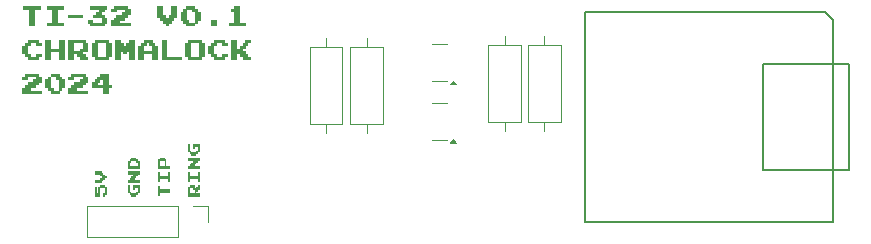
<source format=gbr>
%TF.GenerationSoftware,KiCad,Pcbnew,7.0.10-7.0.10~ubuntu22.04.1*%
%TF.CreationDate,2024-08-03T23:28:12-07:00*%
%TF.ProjectId,calc,63686561-7469-46e6-972d-63616c632e6b,rev?*%
%TF.SameCoordinates,Original*%
%TF.FileFunction,Legend,Top*%
%TF.FilePolarity,Positive*%
%FSLAX46Y46*%
G04 Gerber Fmt 4.6, Leading zero omitted, Abs format (unit mm)*
G04 Created by KiCad (PCBNEW 7.0.10-7.0.10~ubuntu22.04.1) date 2024-08-03 23:28:12*
%MOMM*%
%LPD*%
G01*
G04 APERTURE LIST*
%ADD10C,0.150000*%
%ADD11C,0.200000*%
%ADD12C,0.127000*%
%ADD13C,0.120000*%
G04 APERTURE END LIST*
D10*
G36*
X101264146Y-68806362D02*
G01*
X101404097Y-68806362D01*
X101404097Y-68666411D01*
X101544048Y-68666411D01*
X101544048Y-68526460D01*
X101684000Y-68526460D01*
X101684000Y-68946558D01*
X101544048Y-68946558D01*
X101544048Y-69086509D01*
X101404097Y-69086509D01*
X101404097Y-69226460D01*
X101684000Y-69226460D01*
X101684000Y-69506607D01*
X100704097Y-69506607D01*
X100704097Y-68806362D01*
X100844048Y-68806362D01*
X100844048Y-69226460D01*
X101264146Y-69226460D01*
X101264146Y-68946558D01*
X101124195Y-68946558D01*
X101124195Y-68806362D01*
X100844048Y-68806362D01*
X100704097Y-68806362D01*
X100704097Y-68666411D01*
X100844048Y-68666411D01*
X100844048Y-68526460D01*
X101264146Y-68526460D01*
X101264146Y-68806362D01*
G37*
G36*
X100704097Y-67437870D02*
G01*
X100704097Y-68277821D01*
X100844048Y-68277821D01*
X100844048Y-67997919D01*
X101544048Y-67997919D01*
X101544048Y-68277821D01*
X101684000Y-68277821D01*
X101684000Y-67437870D01*
X101544048Y-67437870D01*
X101544048Y-67717772D01*
X100844048Y-67717772D01*
X100844048Y-67437870D01*
X100704097Y-67437870D01*
G37*
G36*
X100704097Y-66209084D02*
G01*
X100704097Y-66488986D01*
X101124195Y-66488986D01*
X101124195Y-66629182D01*
X100984000Y-66629182D01*
X100984000Y-66769133D01*
X100844048Y-66769133D01*
X100844048Y-66909084D01*
X100704097Y-66909084D01*
X100704097Y-67189230D01*
X101684000Y-67189230D01*
X101684000Y-66909084D01*
X101264146Y-66909084D01*
X101264146Y-66769133D01*
X101404097Y-66769133D01*
X101404097Y-66629182D01*
X101544048Y-66629182D01*
X101544048Y-66488986D01*
X101684000Y-66488986D01*
X101684000Y-66209084D01*
X100704097Y-66209084D01*
G37*
G36*
X101124195Y-65050396D02*
G01*
X101124195Y-65470494D01*
X101264146Y-65470494D01*
X101264146Y-65330298D01*
X101544048Y-65330298D01*
X101544048Y-65610445D01*
X101404097Y-65610445D01*
X101404097Y-65750396D01*
X100984000Y-65750396D01*
X100984000Y-65610445D01*
X100844048Y-65610445D01*
X100844048Y-65050396D01*
X100704097Y-65050396D01*
X100704097Y-65750396D01*
X100844048Y-65750396D01*
X100844048Y-65890347D01*
X100984000Y-65890347D01*
X100984000Y-66030542D01*
X101404097Y-66030542D01*
X101404097Y-65890347D01*
X101541362Y-65890347D01*
X101541362Y-65750396D01*
X101684000Y-65750396D01*
X101684000Y-65050396D01*
X101124195Y-65050396D01*
G37*
G36*
X98164097Y-68596558D02*
G01*
X98164097Y-69436509D01*
X98304048Y-69436509D01*
X98304048Y-69156607D01*
X99144000Y-69156607D01*
X99144000Y-68876460D01*
X98304048Y-68876460D01*
X98304048Y-68596558D01*
X98164097Y-68596558D01*
G37*
G36*
X98164097Y-67437870D02*
G01*
X98164097Y-68277821D01*
X98304048Y-68277821D01*
X98304048Y-67997919D01*
X99004048Y-67997919D01*
X99004048Y-68277821D01*
X99144000Y-68277821D01*
X99144000Y-67437870D01*
X99004048Y-67437870D01*
X99004048Y-67717772D01*
X98304048Y-67717772D01*
X98304048Y-67437870D01*
X98164097Y-67437870D01*
G37*
G36*
X98724146Y-66349035D02*
G01*
X98864097Y-66349035D01*
X98864097Y-66909084D01*
X99144000Y-66909084D01*
X99144000Y-67189230D01*
X98164097Y-67189230D01*
X98164097Y-66488986D01*
X98304048Y-66488986D01*
X98304048Y-66909084D01*
X98724146Y-66909084D01*
X98724146Y-66488986D01*
X98304048Y-66488986D01*
X98164097Y-66488986D01*
X98164097Y-66349035D01*
X98304048Y-66349035D01*
X98304048Y-66209084D01*
X98724146Y-66209084D01*
X98724146Y-66349035D01*
G37*
G36*
X96044195Y-68526460D02*
G01*
X96044195Y-68946558D01*
X96184146Y-68946558D01*
X96184146Y-68806362D01*
X96464048Y-68806362D01*
X96464048Y-69086509D01*
X96324097Y-69086509D01*
X96324097Y-69226460D01*
X95904000Y-69226460D01*
X95904000Y-69086509D01*
X95764048Y-69086509D01*
X95764048Y-68526460D01*
X95624097Y-68526460D01*
X95624097Y-69226460D01*
X95764048Y-69226460D01*
X95764048Y-69366411D01*
X95904000Y-69366411D01*
X95904000Y-69506607D01*
X96324097Y-69506607D01*
X96324097Y-69366411D01*
X96461362Y-69366411D01*
X96461362Y-69226460D01*
X96604000Y-69226460D01*
X96604000Y-68526460D01*
X96044195Y-68526460D01*
G37*
G36*
X95624097Y-67367772D02*
G01*
X95624097Y-67647674D01*
X96044195Y-67647674D01*
X96044195Y-67787870D01*
X95904000Y-67787870D01*
X95904000Y-67927821D01*
X95764048Y-67927821D01*
X95764048Y-68067772D01*
X95624097Y-68067772D01*
X95624097Y-68347919D01*
X96604000Y-68347919D01*
X96604000Y-68067772D01*
X96184146Y-68067772D01*
X96184146Y-67927821D01*
X96324097Y-67927821D01*
X96324097Y-67787870D01*
X96464048Y-67787870D01*
X96464048Y-67647674D01*
X96604000Y-67647674D01*
X96604000Y-67367772D01*
X95624097Y-67367772D01*
G37*
G36*
X96324097Y-66349035D02*
G01*
X96464048Y-66349035D01*
X96464048Y-66488986D01*
X96604000Y-66488986D01*
X96604000Y-67189230D01*
X95624097Y-67189230D01*
X95624097Y-66909084D01*
X95764048Y-66909084D01*
X96464048Y-66909084D01*
X96464048Y-66629182D01*
X96324097Y-66629182D01*
X96324097Y-66488986D01*
X95904000Y-66488986D01*
X95904000Y-66629182D01*
X95764048Y-66629182D01*
X95764048Y-66909084D01*
X95624097Y-66909084D01*
X95624097Y-66488986D01*
X95764048Y-66488986D01*
X95764048Y-66349035D01*
X95904000Y-66349035D01*
X95904000Y-66209084D01*
X96324097Y-66209084D01*
X96324097Y-66349035D01*
G37*
G36*
X93250195Y-68526460D02*
G01*
X93250195Y-68666411D01*
X93110000Y-68666411D01*
X93110000Y-69226460D01*
X92970048Y-69226460D01*
X92970048Y-68666411D01*
X92830097Y-68666411D01*
X92830097Y-69506607D01*
X93250195Y-69506607D01*
X93250195Y-68806362D01*
X93670048Y-68806362D01*
X93670048Y-69226460D01*
X93530097Y-69226460D01*
X93530097Y-69506607D01*
X93670048Y-69506607D01*
X93670048Y-69366411D01*
X93810000Y-69366411D01*
X93810000Y-68666411D01*
X93670048Y-68666411D01*
X93670048Y-68526460D01*
X93250195Y-68526460D01*
G37*
G36*
X92830097Y-67367772D02*
G01*
X92830097Y-67647674D01*
X93250195Y-67647674D01*
X93250195Y-67787870D01*
X93390146Y-67787870D01*
X93390146Y-67927821D01*
X93250195Y-67927821D01*
X93250195Y-68067772D01*
X92830097Y-68067772D01*
X92830097Y-68347919D01*
X93390146Y-68347919D01*
X93390146Y-68207723D01*
X93530097Y-68207723D01*
X93530097Y-68067772D01*
X93670048Y-68067772D01*
X93670048Y-67927821D01*
X93810000Y-67927821D01*
X93810000Y-67787870D01*
X93670048Y-67787870D01*
X93670048Y-67647674D01*
X93530097Y-67647674D01*
X93530097Y-67507723D01*
X93390146Y-67507723D01*
X93390146Y-67367772D01*
X92830097Y-67367772D01*
G37*
D11*
G36*
X88212624Y-53393593D02*
G01*
X86758133Y-53393593D01*
X86758133Y-53658084D01*
X87233967Y-53658084D01*
X87233967Y-55086001D01*
X87736790Y-55086001D01*
X87736790Y-53658084D01*
X88212624Y-53658084D01*
X88212624Y-53393593D01*
G37*
G36*
X90182394Y-53393593D02*
G01*
X88727903Y-53393593D01*
X88727903Y-53658084D01*
X89203737Y-53658084D01*
X89203737Y-54821510D01*
X88727903Y-54821510D01*
X88727903Y-55086001D01*
X90182394Y-55086001D01*
X90182394Y-54821510D01*
X89706560Y-54821510D01*
X89706560Y-53658084D01*
X90182394Y-53658084D01*
X90182394Y-53393593D01*
G37*
G36*
X91795911Y-54107759D02*
G01*
X90579337Y-54107759D01*
X90579337Y-54372250D01*
X91795911Y-54372250D01*
X91795911Y-54107759D01*
G37*
G36*
X93884016Y-54345676D02*
G01*
X93646099Y-54345676D01*
X93646099Y-54107759D01*
X93408182Y-54107759D01*
X93408182Y-53896001D01*
X93646099Y-53896001D01*
X93646099Y-53658084D01*
X93884016Y-53658084D01*
X93884016Y-53393593D01*
X92429526Y-53393593D01*
X92429526Y-53658084D01*
X93143277Y-53658084D01*
X93143277Y-53869427D01*
X92905360Y-53869427D01*
X92905360Y-54107759D01*
X92664951Y-54107759D01*
X92664951Y-54372250D01*
X93381609Y-54372250D01*
X93381609Y-54821510D01*
X92691525Y-54821510D01*
X92691525Y-54583593D01*
X92191193Y-54583593D01*
X92191193Y-54848084D01*
X92429526Y-54848084D01*
X92429526Y-55086001D01*
X93643608Y-55086001D01*
X93643608Y-54848084D01*
X93884016Y-54848084D01*
X93884016Y-54345676D01*
G37*
G36*
X95853786Y-54821510D02*
G01*
X94901703Y-54821510D01*
X94901703Y-54610167D01*
X95377952Y-54610167D01*
X95377952Y-54372250D01*
X95615869Y-54372250D01*
X95615869Y-54134333D01*
X95853786Y-54134333D01*
X95853786Y-53631510D01*
X95615869Y-53631510D01*
X95615869Y-53393593D01*
X94399295Y-53393593D01*
X94399295Y-53631510D01*
X94160963Y-53631510D01*
X94160963Y-53896001D01*
X94663786Y-53896001D01*
X94663786Y-53658084D01*
X95351378Y-53658084D01*
X95351378Y-53869427D01*
X95113046Y-53869427D01*
X95113046Y-54107759D01*
X94637212Y-54107759D01*
X94637212Y-54345676D01*
X94399295Y-54345676D01*
X94399295Y-54583593D01*
X94160963Y-54583593D01*
X94160963Y-55086001D01*
X95853786Y-55086001D01*
X95853786Y-54821510D01*
G37*
G36*
X99793325Y-53393593D02*
G01*
X99290918Y-53393593D01*
X99290918Y-54107759D01*
X99052586Y-54107759D01*
X99052586Y-54345676D01*
X98841242Y-54345676D01*
X98841242Y-54107759D01*
X98603325Y-54107759D01*
X98603325Y-53393593D01*
X98100503Y-53393593D01*
X98100503Y-54372250D01*
X98338835Y-54372250D01*
X98338835Y-54610167D01*
X98576752Y-54610167D01*
X98576752Y-54848084D01*
X98814669Y-54848084D01*
X98814669Y-55086001D01*
X99079159Y-55086001D01*
X99079159Y-54848084D01*
X99317491Y-54848084D01*
X99317491Y-54610167D01*
X99555408Y-54610167D01*
X99555408Y-54372250D01*
X99793325Y-54372250D01*
X99793325Y-53393593D01*
G37*
G36*
X100811012Y-54821510D02*
G01*
X100811012Y-54583593D01*
X100573095Y-54583593D01*
X100573095Y-53631510D01*
X100308605Y-53631510D01*
X100308605Y-53869427D01*
X100070272Y-53869427D01*
X100070272Y-54610167D01*
X100308605Y-54610167D01*
X100308605Y-54848084D01*
X100546521Y-54848084D01*
X100546521Y-55086001D01*
X101287261Y-55086001D01*
X101287261Y-54821510D01*
X100811012Y-54821510D01*
G37*
G36*
X101763095Y-53869427D02*
G01*
X101525178Y-53869427D01*
X101525178Y-53631510D01*
X101287261Y-53631510D01*
X101287261Y-53393593D01*
X100546521Y-53393593D01*
X100546521Y-53658084D01*
X101022355Y-53658084D01*
X101022355Y-53896001D01*
X101260688Y-53896001D01*
X101260688Y-54848084D01*
X101525178Y-54848084D01*
X101525178Y-54610167D01*
X101763095Y-54610167D01*
X101763095Y-53869427D01*
G37*
G36*
X103137865Y-54583593D02*
G01*
X102635042Y-54583593D01*
X102635042Y-55086001D01*
X103137865Y-55086001D01*
X103137865Y-54583593D01*
G37*
G36*
X105583468Y-54821510D02*
G01*
X105107635Y-54821510D01*
X105107635Y-53393593D01*
X104604812Y-53393593D01*
X104604812Y-53631510D01*
X104364819Y-53631510D01*
X104364819Y-53896001D01*
X104604812Y-53896001D01*
X104604812Y-54821510D01*
X104128978Y-54821510D01*
X104128978Y-55086001D01*
X105583468Y-55086001D01*
X105583468Y-54821510D01*
G37*
G36*
X88331790Y-57439593D02*
G01*
X87829383Y-57439593D01*
X87829383Y-57677510D01*
X87379707Y-57677510D01*
X87379707Y-57439593D01*
X87141790Y-57439593D01*
X87141790Y-56752001D01*
X87379707Y-56752001D01*
X87379707Y-56514084D01*
X87829383Y-56514084D01*
X87829383Y-56752001D01*
X88331790Y-56752001D01*
X88331790Y-56487510D01*
X88093873Y-56487510D01*
X88093873Y-56249593D01*
X87115217Y-56249593D01*
X87115217Y-56487510D01*
X86877300Y-56487510D01*
X86877300Y-56725427D01*
X86638967Y-56725427D01*
X86638967Y-57466167D01*
X86877300Y-57466167D01*
X86877300Y-57704084D01*
X87115217Y-57704084D01*
X87115217Y-57942001D01*
X88093873Y-57942001D01*
X88093873Y-57704084D01*
X88331790Y-57704084D01*
X88331790Y-57439593D01*
G37*
G36*
X90301560Y-56249593D02*
G01*
X89799152Y-56249593D01*
X89799152Y-56963759D01*
X89111560Y-56963759D01*
X89111560Y-56249593D01*
X88608737Y-56249593D01*
X88608737Y-57942001D01*
X89111560Y-57942001D01*
X89111560Y-57228250D01*
X89799152Y-57228250D01*
X89799152Y-57942001D01*
X90301560Y-57942001D01*
X90301560Y-56249593D01*
G37*
G36*
X92033413Y-56487510D02*
G01*
X92271330Y-56487510D01*
X92271330Y-57228250D01*
X91795496Y-57228250D01*
X91795496Y-57439593D01*
X92033413Y-57439593D01*
X92033413Y-57677510D01*
X92271330Y-57677510D01*
X92271330Y-57942001D01*
X91530590Y-57942001D01*
X91530590Y-57704084D01*
X91292673Y-57704084D01*
X91292673Y-57466167D01*
X91081330Y-57466167D01*
X91081330Y-57942001D01*
X90578507Y-57942001D01*
X90578507Y-56514084D01*
X91081330Y-56514084D01*
X91081330Y-57201676D01*
X91530590Y-57201676D01*
X91530590Y-56963759D01*
X91768922Y-56963759D01*
X91768922Y-56514084D01*
X91081330Y-56514084D01*
X90578507Y-56514084D01*
X90578507Y-56249593D01*
X92033413Y-56249593D01*
X92033413Y-56487510D01*
G37*
G36*
X94003182Y-56487510D02*
G01*
X94241099Y-56487510D01*
X94241099Y-57704084D01*
X94003182Y-57704084D01*
X94003182Y-57942001D01*
X92786609Y-57942001D01*
X92786609Y-57704084D01*
X92548277Y-57704084D01*
X92548277Y-56514084D01*
X93051099Y-56514084D01*
X93051099Y-57677510D01*
X93738692Y-57677510D01*
X93738692Y-56514084D01*
X93051099Y-56514084D01*
X92548277Y-56514084D01*
X92548277Y-56487510D01*
X92786609Y-56487510D01*
X92786609Y-56249593D01*
X94003182Y-56249593D01*
X94003182Y-56487510D01*
G37*
G36*
X96210869Y-56249593D02*
G01*
X95708461Y-56249593D01*
X95708461Y-56487510D01*
X95470129Y-56487510D01*
X95470129Y-56725427D01*
X95258786Y-56725427D01*
X95258786Y-56487510D01*
X95020869Y-56487510D01*
X95020869Y-56249593D01*
X94518046Y-56249593D01*
X94518046Y-57942001D01*
X95020869Y-57942001D01*
X95020869Y-57228250D01*
X95232212Y-57228250D01*
X95232212Y-57466167D01*
X95496703Y-57466167D01*
X95496703Y-57228250D01*
X95708461Y-57228250D01*
X95708461Y-57942001D01*
X96210869Y-57942001D01*
X96210869Y-56249593D01*
G37*
G36*
X97704805Y-56487510D02*
G01*
X97942722Y-56487510D01*
X97942722Y-56725427D01*
X98180639Y-56725427D01*
X98180639Y-57942001D01*
X97678231Y-57942001D01*
X97678231Y-57466167D01*
X96990639Y-57466167D01*
X96990639Y-57942001D01*
X96487816Y-57942001D01*
X96487816Y-57201676D01*
X96990639Y-57201676D01*
X97678231Y-57201676D01*
X97678231Y-56752001D01*
X97439899Y-56752001D01*
X97439899Y-56514084D01*
X97228556Y-56514084D01*
X97228556Y-56752001D01*
X96990639Y-56752001D01*
X96990639Y-57201676D01*
X96487816Y-57201676D01*
X96487816Y-56725427D01*
X96726148Y-56725427D01*
X96726148Y-56487510D01*
X96964065Y-56487510D01*
X96964065Y-56249593D01*
X97704805Y-56249593D01*
X97704805Y-56487510D01*
G37*
G36*
X100150408Y-57677510D02*
G01*
X98960408Y-57677510D01*
X98960408Y-56249593D01*
X98457586Y-56249593D01*
X98457586Y-57942001D01*
X100150408Y-57942001D01*
X100150408Y-57677510D01*
G37*
G36*
X101882261Y-56487510D02*
G01*
X102120178Y-56487510D01*
X102120178Y-57704084D01*
X101882261Y-57704084D01*
X101882261Y-57942001D01*
X100665688Y-57942001D01*
X100665688Y-57704084D01*
X100427355Y-57704084D01*
X100427355Y-56514084D01*
X100930178Y-56514084D01*
X100930178Y-57677510D01*
X101617771Y-57677510D01*
X101617771Y-56514084D01*
X100930178Y-56514084D01*
X100427355Y-56514084D01*
X100427355Y-56487510D01*
X100665688Y-56487510D01*
X100665688Y-56249593D01*
X101882261Y-56249593D01*
X101882261Y-56487510D01*
G37*
G36*
X104089948Y-57439593D02*
G01*
X103587540Y-57439593D01*
X103587540Y-57677510D01*
X103137865Y-57677510D01*
X103137865Y-57439593D01*
X102899948Y-57439593D01*
X102899948Y-56752001D01*
X103137865Y-56752001D01*
X103137865Y-56514084D01*
X103587540Y-56514084D01*
X103587540Y-56752001D01*
X104089948Y-56752001D01*
X104089948Y-56487510D01*
X103852031Y-56487510D01*
X103852031Y-56249593D01*
X102873374Y-56249593D01*
X102873374Y-56487510D01*
X102635457Y-56487510D01*
X102635457Y-56725427D01*
X102397125Y-56725427D01*
X102397125Y-57466167D01*
X102635457Y-57466167D01*
X102635457Y-57704084D01*
X102873374Y-57704084D01*
X102873374Y-57942001D01*
X103852031Y-57942001D01*
X103852031Y-57704084D01*
X104089948Y-57704084D01*
X104089948Y-57439593D01*
G37*
G36*
X106059718Y-57677510D02*
G01*
X105821801Y-57677510D01*
X105821801Y-57439593D01*
X105583884Y-57439593D01*
X105583884Y-57201676D01*
X105345551Y-57201676D01*
X105345551Y-56990333D01*
X105583884Y-56990333D01*
X105583884Y-56752001D01*
X105821801Y-56752001D01*
X105821801Y-56514084D01*
X106059718Y-56514084D01*
X106059718Y-56249593D01*
X105557310Y-56249593D01*
X105557310Y-56487510D01*
X105318978Y-56487510D01*
X105318978Y-56725427D01*
X105081061Y-56725427D01*
X105081061Y-56963759D01*
X104869718Y-56963759D01*
X104869718Y-56249593D01*
X104366895Y-56249593D01*
X104366895Y-57942001D01*
X104869718Y-57942001D01*
X104869718Y-57466167D01*
X105081061Y-57466167D01*
X105081061Y-57704084D01*
X105318978Y-57704084D01*
X105318978Y-57942001D01*
X106059718Y-57942001D01*
X106059718Y-57677510D01*
G37*
G36*
X88331790Y-60533510D02*
G01*
X87379707Y-60533510D01*
X87379707Y-60322167D01*
X87855956Y-60322167D01*
X87855956Y-60084250D01*
X88093873Y-60084250D01*
X88093873Y-59846333D01*
X88331790Y-59846333D01*
X88331790Y-59343510D01*
X88093873Y-59343510D01*
X88093873Y-59105593D01*
X86877300Y-59105593D01*
X86877300Y-59343510D01*
X86638967Y-59343510D01*
X86638967Y-59608001D01*
X87141790Y-59608001D01*
X87141790Y-59370084D01*
X87829383Y-59370084D01*
X87829383Y-59581427D01*
X87591050Y-59581427D01*
X87591050Y-59819759D01*
X87115217Y-59819759D01*
X87115217Y-60057676D01*
X86877300Y-60057676D01*
X86877300Y-60295593D01*
X86638967Y-60295593D01*
X86638967Y-60798001D01*
X88331790Y-60798001D01*
X88331790Y-60533510D01*
G37*
G36*
X89349477Y-60533510D02*
G01*
X89349477Y-60295593D01*
X89111560Y-60295593D01*
X89111560Y-59343510D01*
X88847069Y-59343510D01*
X88847069Y-59581427D01*
X88608737Y-59581427D01*
X88608737Y-60322167D01*
X88847069Y-60322167D01*
X88847069Y-60560084D01*
X89084986Y-60560084D01*
X89084986Y-60798001D01*
X89825726Y-60798001D01*
X89825726Y-60533510D01*
X89349477Y-60533510D01*
G37*
G36*
X90301560Y-59581427D02*
G01*
X90063643Y-59581427D01*
X90063643Y-59343510D01*
X89825726Y-59343510D01*
X89825726Y-59105593D01*
X89084986Y-59105593D01*
X89084986Y-59370084D01*
X89560820Y-59370084D01*
X89560820Y-59608001D01*
X89799152Y-59608001D01*
X89799152Y-60560084D01*
X90063643Y-60560084D01*
X90063643Y-60322167D01*
X90301560Y-60322167D01*
X90301560Y-59581427D01*
G37*
G36*
X92271330Y-60533510D02*
G01*
X91319247Y-60533510D01*
X91319247Y-60322167D01*
X91795496Y-60322167D01*
X91795496Y-60084250D01*
X92033413Y-60084250D01*
X92033413Y-59846333D01*
X92271330Y-59846333D01*
X92271330Y-59343510D01*
X92033413Y-59343510D01*
X92033413Y-59105593D01*
X90816839Y-59105593D01*
X90816839Y-59343510D01*
X90578507Y-59343510D01*
X90578507Y-59608001D01*
X91081330Y-59608001D01*
X91081330Y-59370084D01*
X91768922Y-59370084D01*
X91768922Y-59581427D01*
X91530590Y-59581427D01*
X91530590Y-59819759D01*
X91054756Y-59819759D01*
X91054756Y-60057676D01*
X90816839Y-60057676D01*
X90816839Y-60295593D01*
X90578507Y-60295593D01*
X90578507Y-60798001D01*
X92271330Y-60798001D01*
X92271330Y-60533510D01*
G37*
G36*
X94003182Y-60057676D02*
G01*
X94241099Y-60057676D01*
X94241099Y-60322167D01*
X94003182Y-60322167D01*
X94003182Y-60798001D01*
X93500360Y-60798001D01*
X93500360Y-60322167D01*
X92548277Y-60322167D01*
X92548277Y-60057676D01*
X93051099Y-60057676D01*
X93500360Y-60057676D01*
X93500360Y-59608001D01*
X93289016Y-59608001D01*
X93289016Y-59846333D01*
X93051099Y-59846333D01*
X93051099Y-60057676D01*
X92548277Y-60057676D01*
X92548277Y-59819759D01*
X92784117Y-59819759D01*
X92784117Y-59581427D01*
X93024526Y-59581427D01*
X93024526Y-59343510D01*
X93262443Y-59343510D01*
X93262443Y-59105593D01*
X94003182Y-59105593D01*
X94003182Y-60057676D01*
G37*
D12*
%TO.C,U1*%
X134280000Y-53866000D02*
X134280000Y-71666000D01*
X134280000Y-71666000D02*
X155280000Y-71666000D01*
X155280000Y-71666000D02*
X155280000Y-54537541D01*
X155280000Y-54537541D02*
X154608500Y-53866000D01*
X154608500Y-53866000D02*
X134280000Y-53866000D01*
X156704000Y-58266000D02*
X156704000Y-67261000D01*
X156704000Y-67261000D02*
X149352000Y-67261000D01*
X149352000Y-67261000D02*
X149352000Y-58262000D01*
X149352000Y-58262000D02*
X156705000Y-58262000D01*
D13*
%TO.C,Q1*%
X121968500Y-64679000D02*
X122618500Y-64679000D01*
X121968500Y-64679000D02*
X121318500Y-64679000D01*
X121968500Y-61559000D02*
X122618500Y-61559000D01*
X121968500Y-61559000D02*
X121318500Y-61559000D01*
X123371000Y-64959000D02*
X122891000Y-64959000D01*
X123131000Y-64629000D01*
X123371000Y-64959000D01*
G36*
X123371000Y-64959000D02*
G01*
X122891000Y-64959000D01*
X123131000Y-64629000D01*
X123371000Y-64959000D01*
G37*
%TO.C,J1*%
X99822000Y-72958000D02*
X92142000Y-72958000D01*
X92142000Y-70298000D02*
X92142000Y-72958000D01*
X99822000Y-70298000D02*
X99822000Y-72958000D01*
X99822000Y-70298000D02*
X92142000Y-70298000D01*
X101092000Y-70298000D02*
X102422000Y-70298000D01*
X102422000Y-70298000D02*
X102422000Y-71628000D01*
%TO.C,R4*%
X112395000Y-64111000D02*
X112395000Y-63341000D01*
X111025000Y-63341000D02*
X113765000Y-63341000D01*
X113765000Y-63341000D02*
X113765000Y-56801000D01*
X111025000Y-56801000D02*
X111025000Y-63341000D01*
X113765000Y-56801000D02*
X111025000Y-56801000D01*
X112395000Y-56031000D02*
X112395000Y-56801000D01*
%TO.C,R2*%
X130876000Y-55904000D02*
X130876000Y-56674000D01*
X132246000Y-56674000D02*
X129506000Y-56674000D01*
X129506000Y-56674000D02*
X129506000Y-63214000D01*
X132246000Y-63214000D02*
X132246000Y-56674000D01*
X129506000Y-63214000D02*
X132246000Y-63214000D01*
X130876000Y-63984000D02*
X130876000Y-63214000D01*
%TO.C,R3*%
X115824000Y-56031000D02*
X115824000Y-56801000D01*
X117194000Y-56801000D02*
X114454000Y-56801000D01*
X114454000Y-56801000D02*
X114454000Y-63341000D01*
X117194000Y-63341000D02*
X117194000Y-56801000D01*
X114454000Y-63341000D02*
X117194000Y-63341000D01*
X115824000Y-64111000D02*
X115824000Y-63341000D01*
%TO.C,Q2*%
X123371000Y-60006000D02*
X122891000Y-60006000D01*
X123131000Y-59676000D01*
X123371000Y-60006000D01*
G36*
X123371000Y-60006000D02*
G01*
X122891000Y-60006000D01*
X123131000Y-59676000D01*
X123371000Y-60006000D01*
G37*
X121968500Y-56606000D02*
X121318500Y-56606000D01*
X121968500Y-56606000D02*
X122618500Y-56606000D01*
X121968500Y-59726000D02*
X121318500Y-59726000D01*
X121968500Y-59726000D02*
X122618500Y-59726000D01*
%TO.C,R1*%
X127508000Y-63984000D02*
X127508000Y-63214000D01*
X126138000Y-63214000D02*
X128878000Y-63214000D01*
X128878000Y-63214000D02*
X128878000Y-56674000D01*
X126138000Y-56674000D02*
X126138000Y-63214000D01*
X128878000Y-56674000D02*
X126138000Y-56674000D01*
X127508000Y-55904000D02*
X127508000Y-56674000D01*
%TD*%
M02*

</source>
